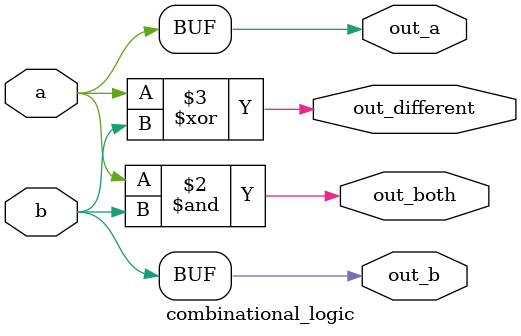
<source format=sv>
module combinational_logic (
    input logic a,
    input logic b,
    output logic out_a,
    output logic out_b,
    output logic out_both,
    output logic out_different
);

    // Combinational logic for outputs
    always @(*) begin
        out_a = a;
        out_b = b;
        out_both = a & b;
        out_different = a ^ b;
    end

endmodule
</source>
